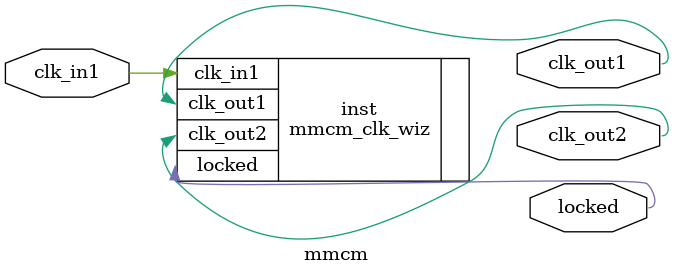
<source format=v>


`timescale 1ps/1ps

(* CORE_GENERATION_INFO = "mmcm,clk_wiz_v6_0_10_0_0,{component_name=mmcm,use_phase_alignment=true,use_min_o_jitter=false,use_max_i_jitter=false,use_dyn_phase_shift=false,use_inclk_switchover=false,use_dyn_reconfig=false,enable_axi=0,feedback_source=FDBK_AUTO,PRIMITIVE=MMCM,num_out_clk=2,clkin1_period=20.000,clkin2_period=10.0,use_power_down=false,use_reset=false,use_locked=true,use_inclk_stopped=false,feedback_type=SINGLE,CLOCK_MGR_TYPE=NA,manual_override=false}" *)

module mmcm 
 (
  // Clock out ports
  output        clk_out1,
  output        clk_out2,
  // Status and control signals
  output        locked,
 // Clock in ports
  input         clk_in1
 );

  mmcm_clk_wiz inst
  (
  // Clock out ports  
  .clk_out1(clk_out1),
  .clk_out2(clk_out2),
  // Status and control signals               
  .locked(locked),
 // Clock in ports
  .clk_in1(clk_in1)
  );

endmodule

</source>
